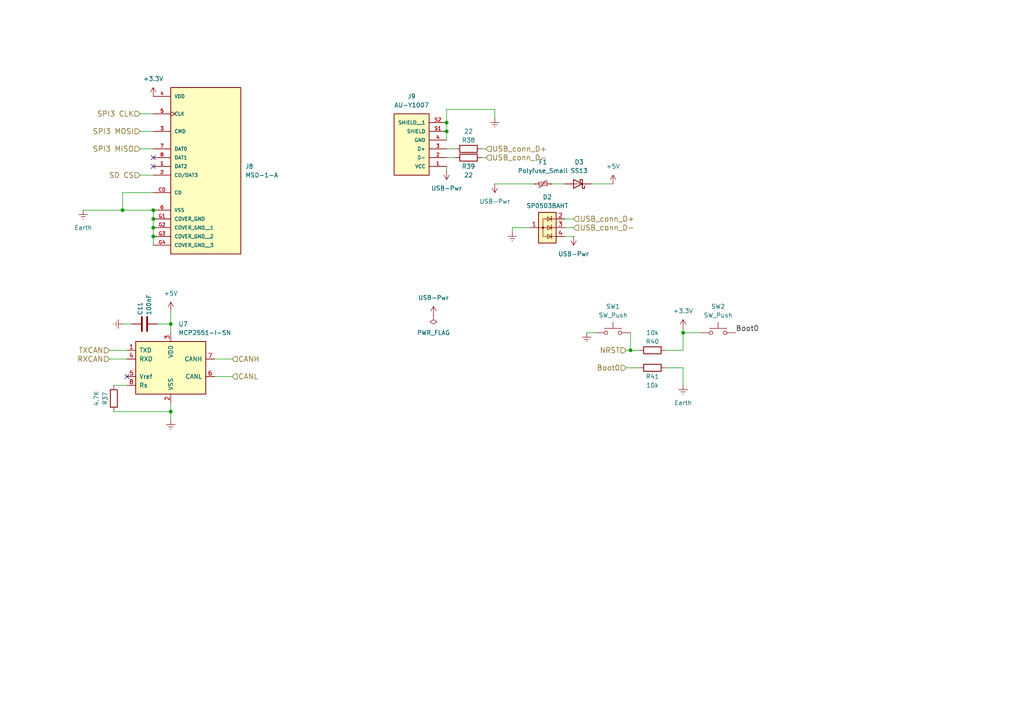
<source format=kicad_sch>
(kicad_sch (version 20231120) (generator "eeschema") (generator_version "8.0")
  (paper "A4")
  (title_block (title "STM32F407 Mega Layout") (date "2025-02-22") (rev "1.2") (company "MAZDUINO") (comment 1 "202501"))
  (lib_symbols
    (symbol "Device:C" (pin_numbers hide) (pin_names (offset 0.254))
      (property "Reference" "C" (at 0.635 2.54 0))
      (property "Value" "C" (at 0.635 -2.54 0))
      (symbol "C_0_1"
        (polyline (pts (xy -2.032 -0.762) (xy 2.032 -0.762)) (stroke (width 0.508)))
        (polyline (pts (xy -2.032 0.762) (xy 2.032 0.762)) (stroke (width 0.508)))
      )
      (symbol "C_1_1"
        (pin passive line (at 0 3.81 270) (length 2.794) (name "~") (number "1"))
        (pin passive line (at 0 -3.81 90) (length 2.794) (name "~") (number "2"))
      )
    )
    (symbol "Device:Polyfuse_Small" (pin_numbers hide) (pin_names (offset 0))
      (property "Reference" "F" (at -1.905 0 90))
      (property "Value" "Polyfuse_Small" (at 1.905 0 90))
      (symbol "Polyfuse_Small_0_1"
        (rectangle (start -0.508 1.27) (end 0.508 -1.27))
        (polyline (pts (xy 0 2.54) (xy 0 -2.54)))
        (polyline (pts (xy -1.016 1.27) (xy -1.016 0.762) (xy 1.016 -0.762) (xy 1.016 -1.27)))
      )
      (symbol "Polyfuse_Small_1_1"
        (pin passive line (at 0 2.54 270) (length 0.635) (name "~") (number "1"))
        (pin passive line (at 0 -2.54 90) (length 0.635) (name "~") (number "2"))
      )
    )
    (symbol "Device:R" (pin_numbers hide) (pin_names (offset 0))
      (property "Reference" "R" (at 2.032 0 90))
      (property "Value" "R" (at 0 0 90))
      (symbol "R_0_1"
        (rectangle (start -1.016 -2.54) (end 1.016 2.54) (stroke (width 0.254)))
      )
      (symbol "R_1_1"
        (pin passive line (at 0 3.81 270) (length 1.27) (name "~") (number "1"))
        (pin passive line (at 0 -3.81 90) (length 1.27) (name "~") (number "2"))
      )
    )
    (symbol "Diode:SS13" (pin_numbers hide) (pin_names (offset 1.016) hide)
      (property "Reference" "D" (at 0 2.54 0))
      (property "Value" "SS13" (at 0 -2.54 0))
      (symbol "SS13_0_1"
        (polyline (pts (xy 1.27 0) (xy -1.27 0)))
        (polyline (pts (xy 1.27 1.27) (xy 1.27 -1.27) (xy -1.27 0) (xy 1.27 1.27)) (stroke (width 0.254)))
        (polyline (pts (xy -1.905 0.635) (xy -1.905 1.27) (xy -1.27 1.27) (xy -1.27 -1.27) (xy -0.635 -1.27) (xy -0.635 -0.635)) (stroke (width 0.254)))
      )
      (symbol "SS13_1_1"
        (pin passive line (at -3.81 0 0) (length 2.54) (name "K") (number "1"))
        (pin passive line (at 3.81 0 180) (length 2.54) (name "A") (number "2"))
      )
    )
    (symbol "Interface_CAN_LIN:MCP2551-I-SN" (pin_names (offset 1.016))
      (property "Reference" "U" (at -10.16 8.89 0))
      (property "Value" "MCP2551-I-SN" (at 2.54 8.89 0))
      (symbol "MCP2551-I-SN_0_1"
        (rectangle (start -10.16 7.62) (end 10.16 -7.62) (stroke (width 0.254)) (fill (type background)))
      )
      (symbol "MCP2551-I-SN_1_1"
        (pin input line (at -12.7 5.08 0) (length 2.54) (name "TXD") (number "1"))
        (pin power_in line (at 0 -10.16 90) (length 2.54) (name "VSS") (number "2"))
        (pin power_in line (at 0 10.16 270) (length 2.54) (name "VDD") (number "3"))
        (pin output line (at -12.7 2.54 0) (length 2.54) (name "RXD") (number "4"))
        (pin power_out line (at -12.7 -2.54 0) (length 2.54) (name "Vref") (number "5"))
        (pin bidirectional line (at 12.7 -2.54 180) (length 2.54) (name "CANL") (number "6"))
        (pin bidirectional line (at 12.7 2.54 180) (length 2.54) (name "CANH") (number "7"))
        (pin input line (at -12.7 -5.08 0) (length 2.54) (name "Rs") (number "8"))
      )
    )
    (symbol "Micro SDCard:MSD-1-A" (pin_names (offset 1.016))
      (property "Reference" "J" (at -10.16 21.082 0))
      (property "Value" "MSD-1-A" (at -10.16 -30.48 0))
      (symbol "MSD-1-A_0_0"
        (rectangle (start -10.16 -27.94) (end 10.16 20.32) (stroke (width 0.254)) (fill (type background)))
        (pin bidirectional line (at -15.24 -2.54 0) (length 5.08) (name "DAT2") (number "1"))
        (pin bidirectional line (at -15.24 -5.08 0) (length 5.08) (name "CD/DAT3") (number "2"))
        (pin bidirectional line (at -15.24 7.62 0) (length 5.08) (name "CMD") (number "3"))
        (pin power_in line (at -15.24 17.78 0) (length 5.08) (name "VDD") (number "4"))
        (pin input clock (at -15.24 12.7 0) (length 5.08) (name "CLK") (number "5"))
        (pin power_in line (at -15.24 -15.24 0) (length 5.08) (name "VSS") (number "6"))
        (pin bidirectional line (at -15.24 2.54 0) (length 5.08) (name "DAT0") (number "7"))
        (pin bidirectional line (at -15.24 0 0) (length 5.08) (name "DAT1") (number "8"))
        (pin passive line (at -15.24 -10.16 0) (length 5.08) (name "CD") (number "CD"))
        (pin power_in line (at -15.24 -17.78 0) (length 5.08) (name "COVER_GND") (number "G1"))
        (pin power_in line (at -15.24 -20.32 0) (length 5.08) (name "COVER_GND__1") (number "G2"))
        (pin power_in line (at -15.24 -22.86 0) (length 5.08) (name "COVER_GND__2") (number "G3"))
        (pin power_in line (at -15.24 -25.4 0) (length 5.08) (name "COVER_GND__3") (number "G4"))
      )
    )
    (symbol "Power_Protection:SP0503BAHT" (pin_names hide)
      (property "Reference" "D" (at 5.715 2.54 0))
      (property "Value" "SP0503BAHT" (at 5.715 0.635 0))
      (symbol "SP0503BAHT_0_0"
        (pin passive line (at 0 -5.08 90) (length 2.54) (name "A") (number "1"))
      )
      (symbol "SP0503BAHT_0_1"
        (rectangle (start -4.445 2.54) (end 4.445 -2.54) (stroke (width 0.254)) (fill (type background)))
        (circle (center 0 -1.27) (radius 0.254) (fill (type outline)))
        (polyline (pts (xy -2.54 2.54) (xy -2.54 1.27)))
        (polyline (pts (xy 0 -1.27) (xy 0 -2.54)))
        (polyline (pts (xy 0 -1.27) (xy 0 1.27)))
        (polyline (pts (xy 0 2.54) (xy 0 1.27)))
        (polyline (pts (xy 0.635 1.27) (xy 0.762 1.27)))
        (polyline (pts (xy 2.54 2.54) (xy 2.54 1.27)))
        (polyline (pts (xy 0.635 1.27) (xy -0.762 1.27) (xy -0.762 1.016)))
        (polyline (pts (xy -3.302 1.016) (xy -3.302 1.27) (xy -1.905 1.27) (xy -1.778 1.27)))
        (polyline (pts (xy -2.54 1.27) (xy -2.54 -1.27) (xy 2.54 -1.27) (xy 2.54 1.27)))
        (polyline (pts (xy -2.54 1.27) (xy -1.905 0) (xy -3.175 0) (xy -2.54 1.27)))
        (polyline (pts (xy 0.635 0) (xy -0.635 0) (xy 0 1.27) (xy 0.635 0)))
        (polyline (pts (xy 1.778 1.016) (xy 1.778 1.27) (xy 3.175 1.27) (xy 3.302 1.27)))
        (polyline (pts (xy 2.54 1.27) (xy 1.905 0) (xy 3.175 0) (xy 2.54 1.27)))
      )
      (symbol "SP0503BAHT_1_1"
        (pin passive line (at -2.54 5.08 270) (length 2.54) (name "K") (number "2"))
        (pin passive line (at 0 5.08 270) (length 2.54) (name "K") (number "3"))
        (pin passive line (at 2.54 5.08 270) (length 2.54) (name "K") (number "4"))
      )
    )
    (symbol "Switch:SW_Push" (pin_numbers hide) (pin_names (offset 1.016) hide)
      (property "Reference" "SW" (at 1.27 2.54 0))
      (property "Value" "SW_Push" (at 0 -1.524 0))
      (symbol "SW_Push_0_1"
        (circle (center -2.032 0) (radius 0.508))
        (polyline (pts (xy 0 1.27) (xy 0 3.048)))
        (polyline (pts (xy 2.54 1.27) (xy -2.54 1.27)))
        (circle (center 2.032 0) (radius 0.508))
        (pin passive line (at -5.08 0 0) (length 2.54) (name "1") (number "1"))
        (pin passive line (at 5.08 0 180) (length 2.54) (name "2") (number "2"))
      )
    )
    (symbol "USB_TYPE-B:AU-Y1007" (pin_names (offset 1.016))
      (property "Reference" "J" (at -5.08 8.128 0))
      (property "Value" "AU-Y1007" (at -5.08 -12.7 0))
      (symbol "AU-Y1007_0_0"
        (rectangle (start -5.08 -10.16) (end 5.08 7.62) (stroke (width 0.254)) (fill (type background)))
        (pin power_in line (at -10.16 5.08 0) (length 5.08) (name "VCC") (number "1"))
        (pin bidirectional line (at -10.16 2.54 0) (length 5.08) (name "D-") (number "2"))
        (pin bidirectional line (at -10.16 0 0) (length 5.08) (name "D+") (number "3"))
        (pin power_in line (at -10.16 -2.54 0) (length 5.08) (name "GND") (number "4"))
        (pin power_in line (at -10.16 -5.08 0) (length 5.08) (name "SHIELD") (number "S1"))
        (pin power_in line (at -10.16 -7.62 0) (length 5.08) (name "SHIELD__1") (number "S2"))
      )
    )
    (symbol "power:+3.3V" (power) (pin_numbers hide) (pin_names (offset 0) hide)
      (property "Value" "+3.3V" (at 0 3.556 0))
      (symbol "+3.3V_0_1"
        (polyline (pts (xy -0.762 1.27) (xy 0 2.54)))
        (polyline (pts (xy 0 0) (xy 0 2.54)))
        (polyline (pts (xy 0 2.54) (xy 0.762 1.27)))
      )
      (symbol "+3.3V_1_1"
        (pin power_in line (at 0 0 90) (length 0) (name "~") (number "1"))
      )
    )
    (symbol "power:+5V" (power) (pin_numbers hide) (pin_names (offset 0) hide)
      (property "Value" "+5V" (at 0 3.556 0))
      (symbol "+5V_0_1"
        (polyline (pts (xy -0.762 1.27) (xy 0 2.54)))
        (polyline (pts (xy 0 0) (xy 0 2.54)))
        (polyline (pts (xy 0 2.54) (xy 0.762 1.27)))
      )
      (symbol "+5V_1_1"
        (pin power_in line (at 0 0 90) (length 0) (name "~") (number "1"))
      )
    )
    (symbol "power:Earth" (power) (pin_numbers hide) (pin_names (offset 0) hide)
      (property "Value" "Earth" (at 0 -3.81 0))
      (symbol "Earth_0_1"
        (polyline (pts (xy -0.635 -1.905) (xy 0.635 -1.905)))
        (polyline (pts (xy -0.127 -2.54) (xy 0.127 -2.54)))
        (polyline (pts (xy 0 -1.27) (xy 0 0)))
        (polyline (pts (xy 1.27 -1.27) (xy -1.27 -1.27)))
      )
      (symbol "Earth_1_1"
        (pin power_in line (at 0 0 270) (length 0) (name "~") (number "1"))
      )
    )
    (symbol "power:PWR_FLAG" (power) (pin_numbers hide) (pin_names (offset 0) hide)
      (property "Value" "PWR_FLAG" (at 0 3.81 0))
      (symbol "PWR_FLAG_0_0"
        (pin power_out line (at 0 0 90) (length 0) (name "~") (number "1"))
      )
      (symbol "PWR_FLAG_0_1"
        (polyline (pts (xy 0 0) (xy 0 1.27) (xy -1.016 1.905) (xy 0 2.54) (xy 1.016 1.905) (xy 0 1.27)))
      )
    )
  )
  (junction (at 44.45 66.04))
  (junction (at 35.56 60.96))
  (junction (at 129.54 38.1))
  (junction (at 129.54 35.56))
  (junction (at 182.88 101.6))
  (junction (at 49.53 93.98))
  (junction (at 44.45 63.5))
  (junction (at 49.53 119.38))
  (junction (at 44.45 68.58))
  (junction (at 44.45 60.96))
  (junction (at 198.12 96.52))
  (no_connect (at 44.45 45.72))
  (no_connect (at 36.83 109.22))
  (no_connect (at 44.45 48.26))
  (wire (pts (xy 198.12 106.68) (xy 198.12 111.76)))
  (wire (pts (xy 182.88 101.6) (xy 181.61 101.6)))
  (wire (pts (xy 44.45 71.12) (xy 44.45 68.58)))
  (wire (pts (xy 182.88 96.52) (xy 182.88 101.6)))
  (wire (pts (xy 148.59 67.31) (xy 148.59 66.04)))
  (wire (pts (xy 198.12 95.25) (xy 198.12 96.52)))
  (wire (pts (xy 35.56 60.96) (xy 44.45 60.96)))
  (wire (pts (xy 193.04 101.6) (xy 198.12 101.6)))
  (wire (pts (xy 163.83 53.34) (xy 160.02 53.34)))
  (wire (pts (xy 163.83 63.5) (xy 166.37 63.5)))
  (wire (pts (xy 44.45 66.04) (xy 44.45 63.5)))
  (wire (pts (xy 203.2 96.52) (xy 198.12 96.52)))
  (wire (pts (xy 45.72 93.98) (xy 49.53 93.98)))
  (wire (pts (xy 44.45 55.88) (xy 35.56 55.88)))
  (wire (pts (xy 182.88 101.6) (xy 185.42 101.6)))
  (wire (pts (xy 129.54 43.18) (xy 132.08 43.18)))
  (wire (pts (xy 62.23 109.22) (xy 67.31 109.22)))
  (wire (pts (xy 49.53 93.98) (xy 49.53 96.52)))
  (wire (pts (xy 143.51 53.34) (xy 154.94 53.34)))
  (wire (pts (xy 35.56 55.88) (xy 35.56 60.96)))
  (wire (pts (xy 177.8 53.34) (xy 171.45 53.34)))
  (wire (pts (xy 33.02 119.38) (xy 49.53 119.38)))
  (wire (pts (xy 163.83 68.58) (xy 166.37 68.58)))
  (wire (pts (xy 143.51 31.75) (xy 129.54 31.75)))
  (wire (pts (xy 148.59 66.04) (xy 153.67 66.04)))
  (wire (pts (xy 198.12 96.52) (xy 198.12 101.6)))
  (wire (pts (xy 49.53 90.17) (xy 49.53 93.98)))
  (wire (pts (xy 33.02 111.76) (xy 36.83 111.76)))
  (wire (pts (xy 139.7 43.18) (xy 140.97 43.18)))
  (wire (pts (xy 44.45 63.5) (xy 44.45 60.96)))
  (wire (pts (xy 143.51 34.29) (xy 143.51 31.75)))
  (wire (pts (xy 35.56 93.98) (xy 38.1 93.98)))
  (wire (pts (xy 129.54 31.75) (xy 129.54 35.56)))
  (wire (pts (xy 129.54 40.64) (xy 129.54 38.1)))
  (wire (pts (xy 40.64 33.02) (xy 44.45 33.02)))
  (wire (pts (xy 139.7 45.72) (xy 140.97 45.72)))
  (wire (pts (xy 36.83 101.6) (xy 31.75 101.6)))
  (wire (pts (xy 129.54 45.72) (xy 132.08 45.72)))
  (wire (pts (xy 44.45 68.58) (xy 44.45 66.04)))
  (wire (pts (xy 181.61 106.68) (xy 185.42 106.68)))
  (wire (pts (xy 40.64 50.8) (xy 44.45 50.8)))
  (wire (pts (xy 163.83 66.04) (xy 166.37 66.04)))
  (wire (pts (xy 170.18 96.52) (xy 172.72 96.52)))
  (wire (pts (xy 49.53 116.84) (xy 49.53 119.38)))
  (wire (pts (xy 36.83 104.14) (xy 31.75 104.14)))
  (wire (pts (xy 193.04 106.68) (xy 198.12 106.68)))
  (wire (pts (xy 40.64 43.18) (xy 44.45 43.18)))
  (wire (pts (xy 129.54 48.26) (xy 129.54 49.53)))
  (wire (pts (xy 62.23 104.14) (xy 67.31 104.14)))
  (wire (pts (xy 24.13 60.96) (xy 35.56 60.96)))
  (wire (pts (xy 40.64 38.1) (xy 44.45 38.1)))
  (wire (pts (xy 129.54 38.1) (xy 129.54 35.56)))
  (wire (pts (xy 49.53 119.38) (xy 49.53 121.92)))
  (label "Boot0" (at 213.36 96.52 0) (effects (font (size 1.524 1.524))))
  (hierarchical_label "RXCAN" (shape input) (at 31.75 104.14 180) (effects (font (size 1.524 1.524))))
  (hierarchical_label "USB_conn_D+" (shape input) (at 166.37 63.5 0) (effects (font (size 1.524 1.524))))
  (hierarchical_label "CANH" (shape input) (at 67.31 104.14 0) (effects (font (size 1.524 1.524))))
  (hierarchical_label "NRST" (shape input) (at 181.61 101.6 180) (effects (font (size 1.524 1.524))))
  (hierarchical_label "CANL" (shape input) (at 67.31 109.22 0) (effects (font (size 1.524 1.524))))
  (hierarchical_label "USB_conn_D-" (shape input) (at 166.37 66.04 0) (effects (font (size 1.524 1.524))))
  (hierarchical_label "Boot0" (shape input) (at 181.61 106.68 180) (effects (font (size 1.524 1.524))))
  (hierarchical_label "SPI3 CLK" (shape input) (at 40.64 33.02 180) (effects (font (size 1.524 1.524))))
  (hierarchical_label "USB_conn_D-" (shape input) (at 140.97 45.72 0) (effects (font (size 1.524 1.524))))
  (hierarchical_label "SPI3 MOSI" (shape input) (at 40.64 38.1 180) (effects (font (size 1.524 1.524))))
  (hierarchical_label "TXCAN" (shape input) (at 31.75 101.6 180) (effects (font (size 1.524 1.524))))
  (hierarchical_label "USB_conn_D+" (shape input) (at 140.97 43.18 0) (effects (font (size 1.524 1.524))))
  (hierarchical_label "SPI3 MISO" (shape input) (at 40.64 43.18 180) (effects (font (size 1.524 1.524))))
  (hierarchical_label "SD CS" (shape input) (at 40.64 50.8 180) (effects (font (size 1.524 1.524))))
  (symbol (lib_id "power:+5V") (at 49.53 90.17 0) (unit 1)
    (property "Reference" "#PWR045" (effects (hide yes)))
    (property "Value" "+5V" (at 49.53 85.09 0))
    (property "Description" "Power symbol creates a global label with name \"+5V\"" (effects (hide yes)))
  )
  (symbol (lib_id "Device:R") (at 135.89 45.72 270) (unit 1)
    (property "Reference" "R39" (at 135.89 48.26 90))
    (property "Value" "22" (at 135.89 50.8 90))
    (property "Footprint" "Resistor_SMD:R_0603_1608Metric" (effects (hide yes)))
    (property "Description" "Resistor" (effects (hide yes)))
  )
  (symbol (lib_id "Diode:SS13") (at 167.64 53.34 180) (unit 1)
    (property "Reference" "D3" (at 167.9575 46.99 0))
    (property "Value" "SS13" (at 167.9575 49.53 0))
    (property "Footprint" "Diode_SMD:D_SMA" (effects (hide yes)))
    (property "Datasheet" "https://www.vishay.com/docs/88746/ss12.pdf" (effects (hide yes)))
    (property "Description" "30V 1A Schottky Diode, SMA" (effects (hide yes)))
  )
  (symbol (lib_id "USB_TYPE-B:AU-Y1007") (at 119.38 43.18 180) (unit 1)
    (property "Reference" "J9" (at 119.38 27.94 0))
    (property "Value" "AU-Y1007" (at 119.38 30.48 0))
    (property "Footprint" "USB_TYPE-B:ASSMANN_USB_TYPE-B" (effects (hide yes)))
    (property "PARTREV" "01" (effects (hide yes)))
    (property "STANDARD" "Manufacturer Recommendations" (effects (hide yes)))
    (property "MANUFACTURER" "ASSMANN" (effects (hide yes)))
  )
  (symbol (lib_id "Device:R") (at 189.23 101.6 90) (unit 1)
    (property "Reference" "R40" (at 189.23 99.06 90))
    (property "Value" "10k" (at 189.23 96.52 90))
    (property "Footprint" "Resistor_SMD:R_0603_1608Metric" (effects (hide yes)))
    (property "Description" "Resistor" (effects (hide yes)))
  )
  (symbol (lib_id "Interface_CAN_LIN:MCP2551-I-SN") (at 49.53 106.68 0) (unit 1)
    (property "Reference" "U7" (at 51.7241 93.98 0) (effects (justify left)))
    (property "Value" "MCP2551-I-SN" (at 51.7241 96.52 0) (effects (justify left)))
    (property "Footprint" "Package_SO:SOIC-8_3.9x4.9mm_P1.27mm" (effects (hide yes)))
    (property "Datasheet" "http://ww1.microchip.com/downloads/en/devicedoc/21667d.pdf" (effects (hide yes)))
    (property "Description" "High-Speed CAN Transceiver, 1Mbps, 5V supply, SOIC-8" (effects (hide yes)))
  )
  (symbol (lib_id "power:+5V") (at 125.73 91.44 0) (unit 1)
    (property "Reference" "#PWR057" (effects (hide yes)))
    (property "Value" "USB-Pwr" (at 125.73 86.36 0))
    (property "Description" "Power symbol creates a global label with name \"+5V\"" (effects (hide yes)))
  )
  (symbol (lib_id "power:+5V") (at 177.8 53.34 0) (unit 1)
    (property "Reference" "#PWR052" (effects (hide yes)))
    (property "Value" "+5V" (at 177.8 48.26 0))
    (property "Description" "Power symbol creates a global label with name \"+5V\"" (effects (hide yes)))
  )
  (symbol (lib_id "power:+5V") (at 143.51 53.34 180) (unit 1)
    (property "Reference" "#PWR049" (effects (hide yes)))
    (property "Value" "USB-Pwr" (at 143.51 58.42 0))
    (property "Description" "Power symbol creates a global label with name \"+5V\"" (effects (hide yes)))
  )
  (symbol (lib_id "Device:C") (at 41.91 93.98 90) (unit 1)
    (property "Reference" "C11" (at 40.64 91.44 0) (effects (justify left)))
    (property "Value" "100nF" (at 43.18 91.44 0) (effects (justify left)))
    (property "Footprint" "Capacitor_SMD:C_0603_1608Metric" (effects (hide yes)))
    (property "Description" "Unpolarized capacitor" (effects (hide yes)))
  )
  (symbol (lib_id "Device:Polyfuse_Small") (at 157.48 53.34 90) (unit 1)
    (property "Reference" "F1" (at 157.48 46.99 90))
    (property "Value" "Polyfuse_Small" (at 157.48 49.53 90))
    (property "Footprint" "Fuse:Fuse_1206_3216Metric" (effects (hide yes)))
    (property "Description" "Resettable fuse, polymeric positive temperature coefficient, small symbol" (effects (hide yes)))
  )
  (symbol (lib_id "power:Earth") (at 143.51 34.29 0) (unit 1)
    (property "Reference" "#PWR048" (effects (hide yes)))
    (property "Value" "Earth" (effects (hide yes)))
    (property "Description" "Power symbol creates a global label with name \"Earth\"" (effects (hide yes)))
  )
  (symbol (lib_id "Switch:SW_Push") (at 177.8 96.52 0) (unit 1)
    (property "Reference" "SW1" (at 177.8 88.9 0))
    (property "Value" "SW_Push" (at 177.8 91.44 0))
    (property "Footprint" "Button_Switch_SMD:SW_SPST_CK_RS282G05A3" (effects (hide yes)))
    (property "Description" "Push button switch, generic, two pins" (effects (hide yes)))
  )
  (symbol (lib_id "Device:R") (at 189.23 106.68 270) (unit 1)
    (property "Reference" "R41" (at 189.23 109.22 90))
    (property "Value" "10k" (at 189.23 111.76 90))
    (property "Footprint" "Resistor_SMD:R_0603_1608Metric" (effects (hide yes)))
    (property "Description" "Resistor" (effects (hide yes)))
  )
  (symbol (lib_id "power:+5V") (at 166.37 68.58 180) (unit 1)
    (property "Reference" "#PWR051" (effects (hide yes)))
    (property "Value" "USB-Pwr" (at 166.37 73.66 0))
    (property "Description" "Power symbol creates a global label with name \"+5V\"" (effects (hide yes)))
  )
  (symbol (lib_id "power:Earth") (at 170.18 96.52 0) (unit 1)
    (property "Reference" "#PWR058" (effects (hide yes)))
    (property "Value" "Earth" (effects (hide yes)))
    (property "Description" "Power symbol creates a global label with name \"Earth\"" (effects (hide yes)))
  )
  (symbol (lib_id "power:PWR_FLAG") (at 125.73 91.44 180) (unit 1)
    (property "Reference" "#FLG01" (effects (hide yes)))
    (property "Value" "PWR_FLAG" (at 125.73 96.52 0))
    (property "Description" "Special symbol for telling ERC where power comes from" (effects (hide yes)))
  )
  (symbol (lib_id "Device:R") (at 33.02 115.57 180) (unit 1)
    (property "Reference" "R37" (at 30.48 115.57 90))
    (property "Value" "4.7K" (at 27.94 115.57 90))
    (property "Footprint" "Resistor_SMD:R_0603_1608Metric" (effects (hide yes)))
    (property "Description" "Resistor" (effects (hide yes)))
  )
  (symbol (lib_id "power:+3.3V") (at 44.45 27.94 0) (unit 1)
    (property "Reference" "#PWR043" (effects (hide yes)))
    (property "Value" "+3.3V" (at 44.45 22.86 0))
    (property "Description" "Power symbol creates a global label with name \"+3.3V\"" (effects (hide yes)))
  )
  (symbol (lib_id "Device:R") (at 135.89 43.18 90) (unit 1)
    (property "Reference" "R38" (at 135.89 40.64 90))
    (property "Value" "22" (at 135.89 38.1 90))
    (property "Footprint" "Resistor_SMD:R_0603_1608Metric" (effects (hide yes)))
    (property "Description" "Resistor" (effects (hide yes)))
  )
  (symbol (lib_id "Power_Protection:SP0503BAHT") (at 158.75 66.04 270) (unit 1)
    (property "Reference" "D2" (at 158.75 57.15 90))
    (property "Value" "SP0503BAHT" (at 158.75 59.69 90))
    (property "Footprint" "Package_TO_SOT_SMD:SOT-143" (effects (hide yes)))
    (property "Datasheet" "http://www.littelfuse.com/~/media/files/littelfuse/technical%20resources/documents/data%20sheets/sp05xxba.pdf" (effects (hide yes)))
    (property "Description" "TVS Diode Array, 5.5V Standoff, 3 Channels, SOT-143 package" (effects (hide yes)))
  )
  (symbol (lib_id "power:Earth") (at 49.53 121.92 0) (unit 1)
    (property "Reference" "#PWR046" (effects (hide yes)))
    (property "Value" "Earth" (effects (hide yes)))
    (property "Description" "Power symbol creates a global label with name \"Earth\"" (effects (hide yes)))
  )
  (symbol (lib_id "Switch:SW_Push") (at 208.28 96.52 0) (unit 1)
    (property "Reference" "SW2" (at 208.28 88.9 0))
    (property "Value" "SW_Push" (at 208.28 91.44 0))
    (property "Footprint" "Button_Switch_SMD:SW_SPST_CK_RS282G05A3" (effects (hide yes)))
    (property "Description" "Push button switch, generic, two pins" (effects (hide yes)))
  )
  (symbol (lib_id "power:+3.3V") (at 198.12 95.25 0) (unit 1)
    (property "Reference" "#PWR061" (effects (hide yes)))
    (property "Value" "+3.3V" (at 198.12 90.17 0))
    (property "Description" "Power symbol creates a global label with name \"+3.3V\"" (effects (hide yes)))
  )
  (symbol (lib_id "power:Earth") (at 198.12 111.76 0) (unit 1)
    (property "Reference" "#PWR062" (effects (hide yes)))
    (property "Value" "Earth" (at 198.12 116.84 0))
    (property "Description" "Power symbol creates a global label with name \"Earth\"" (effects (hide yes)))
  )
  (symbol (lib_id "power:Earth") (at 148.59 67.31 0) (unit 1)
    (property "Reference" "#PWR050" (effects (hide yes)))
    (property "Value" "Earth" (effects (hide yes)))
    (property "Description" "Power symbol creates a global label with name \"Earth\"" (effects (hide yes)))
  )
  (symbol (lib_id "power:+5V") (at 129.54 49.53 180) (unit 1)
    (property "Reference" "#PWR047" (effects (hide yes)))
    (property "Value" "USB-Pwr" (at 129.54 54.61 0))
    (property "Description" "Power symbol creates a global label with name \"+5V\"" (effects (hide yes)))
  )
  (symbol (lib_id "power:Earth") (at 35.56 93.98 270) (unit 1)
    (property "Reference" "#PWR044" (effects (hide yes)))
    (property "Value" "Earth" (effects (hide yes)))
    (property "Description" "Power symbol creates a global label with name \"Earth\"" (effects (hide yes)))
  )
  (symbol (lib_id "power:Earth") (at 24.13 60.96 0) (unit 1)
    (property "Reference" "#PWR042" (effects (hide yes)))
    (property "Value" "Earth" (at 24.13 66.04 0))
    (property "Description" "Power symbol creates a global label with name \"Earth\"" (effects (hide yes)))
  )
  (symbol (lib_id "Micro SDCard:MSD-1-A") (at 59.69 45.72 0) (unit 1)
    (property "Reference" "J8" (at 71.12 48.2599 0) (effects (justify left)))
    (property "Value" "MSD-1-A" (at 71.12 50.7999 0) (effects (justify left)))
    (property "Footprint" "MSD_1_A:CUI_MSD-1-A" (effects (hide yes)))
    (property "PARTREV" "1.0" (effects (hide yes)))
    (property "STANDARD" "Manufacturer Recommendations" (effects (hide yes)))
    (property "MAXIMUM_PACKAGE_HEIGHT" "2.00mm" (effects (hide yes)))
    (property "MANUFACTURER" "CUI Devices" (effects (hide yes)))
  )
)
</source>
